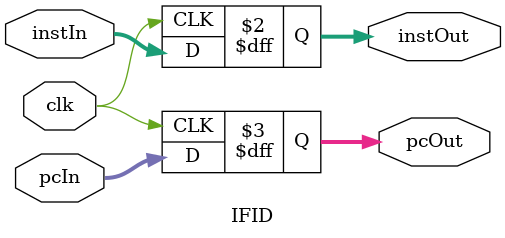
<source format=v>
module IFID (
    clk, instIn, pcIn, instOut, pcOut
);

input clk;
input [31:0] instIn;
input [7:0] pcIn;

output reg [31:0] instOut;
output reg [7:0] pcOut;

always @(negedge clk)
begin

    instOut = instIn;
    pcOut = pcIn;

end
    
endmodule
</source>
